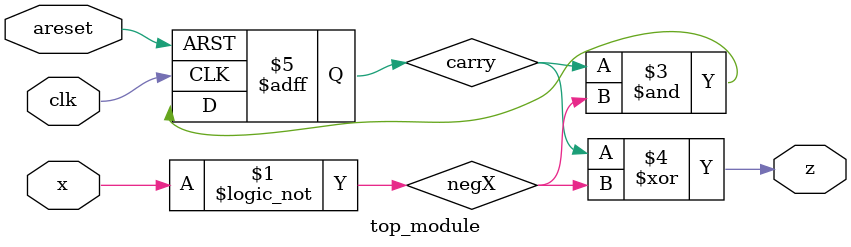
<source format=sv>
module top_module (
  input clk,
  input areset,
  input x,
  output z
);

  reg carry;
  wire negX = !x;
  
  always_ff@(posedge clk or posedge areset)
    if (areset)
      carry <= 1'b1;
    else
      carry <= carry & negX;

  assign z = carry ^ negX;
endmodule
</source>
